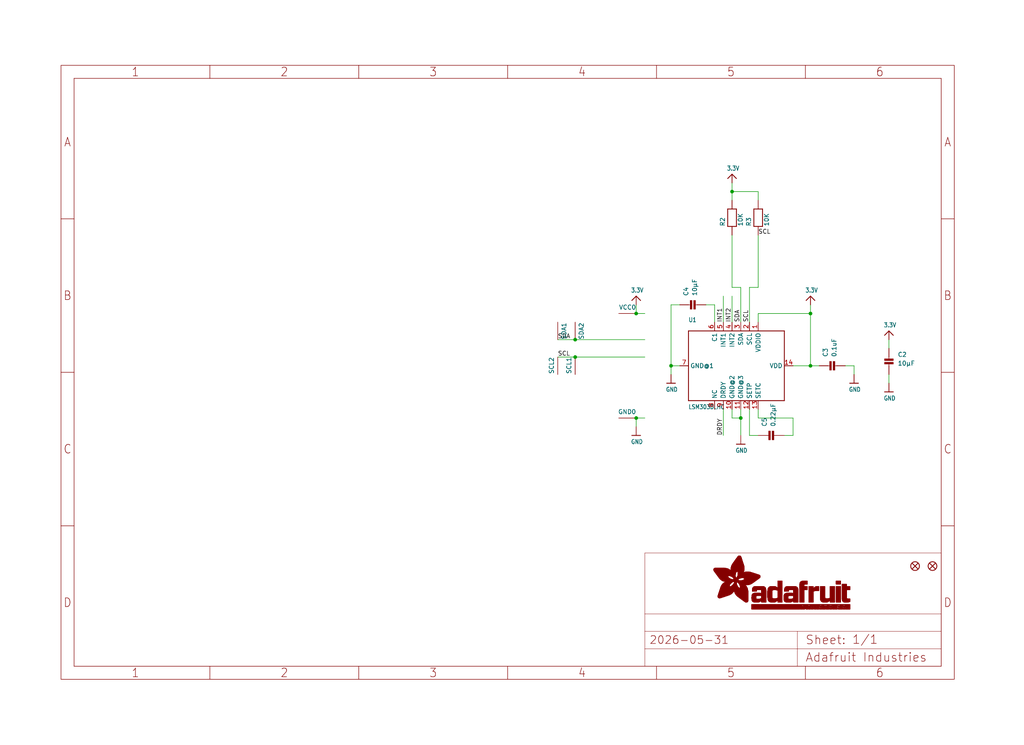
<source format=kicad_sch>
(kicad_sch (version 20230121) (generator eeschema)
  (paper "User" 298.45 217.322)
  (lib_symbols
    (symbol "working-eagle-import:3.3V" (power)
      (property "Value" "3.3V" (at -1.524 1.016 0))
      (symbol "3.3V_1_0"
        (pin power_in line (at 0 -2.54 90) (length 2.54) (name "3.3V") (number "1"))
      )
    )
    (symbol "working-eagle-import:CAP_CERAMIC_0805"
      (property "Reference" "C" (at 2.54 2.54 0))
      (symbol "CAP_CERAMIC_0805_1_0"
        (pin passive line (at 0 5.08 270) (length 2.54) (name "P$1") (number "1"))
        (pin passive line (at 0 -2.54 90) (length 2.54) (name "P$2") (number "2"))
      )
    )
    (symbol "working-eagle-import:FIDUCIAL{dblquote}{dblquote}")
    (symbol "working-eagle-import:FRAME_A4_ADAFRUIT"
      (symbol "FRAME_A4_ADAFRUIT_1_0"
        (text "${#}/${##}" (at 230.505 10.16 0) (effects (font (size 2.54 2.54)) (justify left bottom)))
        (text "${CURRENT_DATE}" (at 171.45 10.16 0) (effects (font (size 2.286 2.286)) (justify left bottom)))
        (text "${PROJECTNAME}" (at 171.45 15.24 0) (effects (font (size 2.54 2.54)) (justify left bottom)))
        (text "1" (at 21.6958 1.905 0) (effects (font (size 2.54 2.286))))
        (text "1" (at 21.6958 177.165 0) (effects (font (size 2.54 2.286))))
        (text "2" (at 65.0875 1.905 0) (effects (font (size 2.54 2.286))))
        (text "2" (at 65.0875 177.165 0) (effects (font (size 2.54 2.286))))
        (text "3" (at 108.4792 1.905 0) (effects (font (size 2.54 2.286))))
        (text "3" (at 108.4792 177.165 0) (effects (font (size 2.54 2.286))))
        (text "4" (at 151.8708 1.905 0) (effects (font (size 2.54 2.286))))
        (text "4" (at 151.8708 177.165 0) (effects (font (size 2.54 2.286))))
        (text "5" (at 195.2625 1.905 0) (effects (font (size 2.54 2.286))))
        (text "5" (at 195.2625 177.165 0) (effects (font (size 2.54 2.286))))
        (text "6" (at 238.6542 1.905 0) (effects (font (size 2.54 2.286))))
        (text "6" (at 238.6542 177.165 0) (effects (font (size 2.54 2.286))))
        (text "A" (at 1.905 156.6863 0) (effects (font (size 2.54 2.286))))
        (text "A" (at 258.445 156.6863 0) (effects (font (size 2.54 2.286))))
        (text "Adafruit Industries" (at 216.916 4.953 0) (effects (font (size 2.54 2.54)) (justify left bottom)))
        (text "B" (at 1.905 111.9188 0) (effects (font (size 2.54 2.286))))
        (text "B" (at 258.445 111.9188 0) (effects (font (size 2.54 2.286))))
        (text "C" (at 1.905 67.1513 0) (effects (font (size 2.54 2.286))))
        (text "C" (at 258.445 67.1513 0) (effects (font (size 2.54 2.286))))
        (text "D" (at 1.905 22.3838 0) (effects (font (size 2.54 2.286))))
        (text "D" (at 258.445 22.3838 0) (effects (font (size 2.54 2.286))))
        (text "Sheet:" (at 216.916 10.033 0) (effects (font (size 2.54 2.54)) (justify left bottom)))
      )
    )
    (symbol "working-eagle-import:GND" (power)
      (property "Value" "GND" (at -1.524 -2.54 0))
      (symbol "GND_1_0"
        (pin power_in line (at 0 2.54 270) (length 2.54) (name "GND") (number "1"))
      )
    )
    (symbol "working-eagle-import:LSM303DLHC"
      (property "Reference" "U" (at -12.7 12.7 0))
      (symbol "LSM303DLHC_1_0"
        (pin power_in line (at 7.62 12.7 270) (length 2.54) (name "VDDIO") (number "1"))
        (pin power_in line (at 0 -12.7 90) (length 2.54) (name "GND@2") (number "10"))
        (pin power_in line (at 2.54 -12.7 90) (length 2.54) (name "GND@3") (number "11"))
        (pin bidirectional line (at 5.08 -12.7 90) (length 2.54) (name "SETP") (number "12"))
        (pin bidirectional line (at 7.62 -12.7 90) (length 2.54) (name "SETC") (number "13"))
        (pin power_in line (at 17.78 0 180) (length 2.54) (name "VDD") (number "14"))
        (pin bidirectional line (at 5.08 12.7 270) (length 2.54) (name "SCL") (number "2"))
        (pin bidirectional line (at 2.54 12.7 270) (length 2.54) (name "SDA") (number "3"))
        (pin output line (at 0 12.7 270) (length 2.54) (name "INT2") (number "4"))
        (pin output line (at -2.54 12.7 270) (length 2.54) (name "INT1") (number "5"))
        (pin bidirectional line (at -5.08 12.7 270) (length 2.54) (name "C1") (number "6"))
        (pin power_in line (at -15.24 0 0) (length 2.54) (name "GND@1") (number "7"))
        (pin bidirectional line (at -5.08 -12.7 90) (length 2.54) (name "NC") (number "8"))
        (pin output line (at -2.54 -12.7 90) (length 2.54) (name "DRDY") (number "9"))
      )
    )
    (symbol "working-eagle-import:RESISTOR_0805"
      (property "Reference" "R" (at -2.54 2.032 0))
      (symbol "RESISTOR_0805_1_0"
        (pin passive line (at -5.08 0 0) (length 2.54) (name "1") (number "1"))
        (pin passive line (at 5.08 0 180) (length 2.54) (name "2") (number "2"))
      )
    )
    (symbol "working-eagle-import:SEWTAP0.5IN"
      (property "Reference" "TP" (at 0 2.54 0))
      (symbol "SEWTAP0.5IN_1_0"
        (pin bidirectional line (at 0 0 180) (length 5.08) (name "SEW") (number "TAP"))
      )
    )
  )
  (junction (at 236.22 91.44))
  (junction (at 195.58 106.68))
  (junction (at 167.64 99.06))
  (junction (at 213.36 55.88))
  (junction (at 185.42 121.92))
  (junction (at 185.42 91.44))
  (junction (at 167.64 104.14))
  (junction (at 236.22 106.68))
  (junction (at 215.9 121.92))
  (wire (pts (xy 213.36 83.82) (xy 215.9 83.82)) (stroke (width 0.1524)))
  (wire (pts (xy 220.98 121.92) (xy 231.14 121.92)) (stroke (width 0.1524)))
  (wire (pts (xy 215.9 83.82) (xy 215.9 93.98)) (stroke (width 0.1524)))
  (wire (pts (xy 198.12 88.9) (xy 195.58 88.9)) (stroke (width 0.1524)))
  (wire (pts (xy 187.96 104.14) (xy 167.64 104.14)) (stroke (width 0.1524)))
  (wire (pts (xy 213.36 55.88) (xy 213.36 53.34)) (stroke (width 0.1524)))
  (wire (pts (xy 167.64 104.14) (xy 162.56 104.14)) (stroke (width 0.1524)))
  (wire (pts (xy 198.12 106.68) (xy 195.58 106.68)) (stroke (width 0.1524)))
  (wire (pts (xy 218.44 127) (xy 220.98 127)) (stroke (width 0.1524)))
  (wire (pts (xy 220.98 58.42) (xy 220.98 55.88)) (stroke (width 0.1524)))
  (wire (pts (xy 213.36 119.38) (xy 213.36 121.92)) (stroke (width 0.1524)))
  (wire (pts (xy 208.28 93.98) (xy 208.28 88.9)) (stroke (width 0.1524)))
  (wire (pts (xy 220.98 91.44) (xy 236.22 91.44)) (stroke (width 0.1524)))
  (wire (pts (xy 231.14 106.68) (xy 236.22 106.68)) (stroke (width 0.1524)))
  (wire (pts (xy 195.58 106.68) (xy 195.58 109.22)) (stroke (width 0.1524)))
  (wire (pts (xy 213.36 93.98) (xy 213.36 86.36)) (stroke (width 0.1524)))
  (wire (pts (xy 236.22 106.68) (xy 238.76 106.68)) (stroke (width 0.1524)))
  (wire (pts (xy 218.44 83.82) (xy 220.98 83.82)) (stroke (width 0.1524)))
  (wire (pts (xy 215.9 119.38) (xy 215.9 121.92)) (stroke (width 0.1524)))
  (wire (pts (xy 231.14 127) (xy 228.6 127)) (stroke (width 0.1524)))
  (wire (pts (xy 185.42 91.44) (xy 185.42 88.9)) (stroke (width 0.1524)))
  (wire (pts (xy 218.44 83.82) (xy 218.44 93.98)) (stroke (width 0.1524)))
  (wire (pts (xy 220.98 93.98) (xy 220.98 91.44)) (stroke (width 0.1524)))
  (wire (pts (xy 187.96 99.06) (xy 167.64 99.06)) (stroke (width 0.1524)))
  (wire (pts (xy 215.9 121.92) (xy 215.9 127)) (stroke (width 0.1524)))
  (wire (pts (xy 220.98 119.38) (xy 220.98 121.92)) (stroke (width 0.1524)))
  (wire (pts (xy 195.58 88.9) (xy 195.58 106.68)) (stroke (width 0.1524)))
  (wire (pts (xy 220.98 68.58) (xy 220.98 83.82)) (stroke (width 0.1524)))
  (wire (pts (xy 210.82 119.38) (xy 210.82 127)) (stroke (width 0.1524)))
  (wire (pts (xy 236.22 88.9) (xy 236.22 91.44)) (stroke (width 0.1524)))
  (wire (pts (xy 208.28 88.9) (xy 205.74 88.9)) (stroke (width 0.1524)))
  (wire (pts (xy 185.42 121.92) (xy 185.42 124.46)) (stroke (width 0.1524)))
  (wire (pts (xy 259.08 99.06) (xy 259.08 101.6)) (stroke (width 0.1524)))
  (wire (pts (xy 220.98 55.88) (xy 213.36 55.88)) (stroke (width 0.1524)))
  (wire (pts (xy 187.96 121.92) (xy 185.42 121.92)) (stroke (width 0.1524)))
  (wire (pts (xy 213.36 68.58) (xy 213.36 83.82)) (stroke (width 0.1524)))
  (wire (pts (xy 167.64 99.06) (xy 162.56 99.06)) (stroke (width 0.1524)))
  (wire (pts (xy 187.96 91.44) (xy 185.42 91.44)) (stroke (width 0.1524)))
  (wire (pts (xy 246.38 106.68) (xy 248.92 106.68)) (stroke (width 0.1524)))
  (wire (pts (xy 218.44 119.38) (xy 218.44 127)) (stroke (width 0.1524)))
  (wire (pts (xy 213.36 58.42) (xy 213.36 55.88)) (stroke (width 0.1524)))
  (wire (pts (xy 236.22 91.44) (xy 236.22 106.68)) (stroke (width 0.1524)))
  (wire (pts (xy 248.92 106.68) (xy 248.92 109.22)) (stroke (width 0.1524)))
  (wire (pts (xy 231.14 121.92) (xy 231.14 127)) (stroke (width 0.1524)))
  (wire (pts (xy 213.36 121.92) (xy 215.9 121.92)) (stroke (width 0.1524)))
  (wire (pts (xy 210.82 93.98) (xy 210.82 86.36)) (stroke (width 0.1524)))
  (wire (pts (xy 259.08 109.22) (xy 259.08 111.76)) (stroke (width 0.1524)))
  (label "INT1" (at 210.82 93.98 90) (effects (font (size 1.2446 1.2446))))
  (label "SDA" (at 162.56 99.06 0) (effects (font (size 1.2446 1.2446))))
  (label "DRDY" (at 210.82 127 90) (effects (font (size 1.2446 1.2446))))
  (label "SCL" (at 218.44 93.98 90) (effects (font (size 1.2446 1.2446))))
  (label "SCL" (at 220.98 68.58 0) (effects (font (size 1.2446 1.2446))))
  (label "SDA" (at 215.9 93.98 90) (effects (font (size 1.2446 1.2446))))
  (label "SCL" (at 162.56 104.14 0) (effects (font (size 1.2446 1.2446))))
  (label "INT2" (at 213.36 93.98 90) (effects (font (size 1.2446 1.2446))))
  (symbol (lib_id "working-eagle-import:CAP_CERAMIC_0805") (at 226.06 127 90) (unit 1)
    (property "Reference" "C5" (at 223.52 124.46 0) (effects (justify left bottom)))
    (property "Value" "0.22µF" (at 226.06 124.46 0) (effects (justify left bottom)))
    (property "Footprint" "working:_0805" (effects hide))
  )
  (symbol (lib_id "working-eagle-import:CAP_CERAMIC_0805") (at 259.08 106.68 0) (unit 1)
    (property "Reference" "C2" (at 261.62 104.14 0) (effects (justify left bottom)))
    (property "Value" "10µF" (at 261.62 106.68 0) (effects (justify left bottom)))
    (property "Footprint" "working:_0805" (effects hide))
  )
  (symbol (lib_id "working-eagle-import:GND") (at 259.08 114.3 0) (unit 1)
    (property "Reference" "#U$9" (effects hide))
    (property "Value" "GND" (at 257.556 116.84 0) (effects (font (size 1.27 1.0795)) (justify left bottom)))
  )
  (symbol (lib_id "working-eagle-import:SEWTAP0.5IN") (at 167.64 104.14 90) (unit 1)
    (property "Reference" "SCL1" (at 165.1 104.14 0) (effects (justify right top)))
    (property "Value" "SEWTAP0.5IN" (effects hide))
    (property "Footprint" "working:SEWINGTAP_0.5" (effects hide))
  )
  (symbol (lib_id "working-eagle-import:RESISTOR_0805") (at 213.36 63.5 90) (unit 1)
    (property "Reference" "R2" (at 211.328 66.04 0) (effects (justify left bottom)))
    (property "Value" "10K" (at 216.535 66.04 0) (effects (justify left bottom)))
    (property "Footprint" "working:_0805" (effects hide))
  )
  (symbol (lib_id "working-eagle-import:FIDUCIAL{dblquote}{dblquote}") (at 266.7 165.1 0) (unit 1)
    (property "Reference" "FID2" (effects hide))
    (property "Value" "FIDUCIAL{dblquote}{dblquote}" (effects hide))
    (property "Footprint" "working:FIDUCIAL_1MM" (effects hide))
  )
  (symbol (lib_id "working-eagle-import:FRAME_A4_ADAFRUIT") (at 17.78 198.12 0) (unit 1)
    (property "Reference" "#U$1" (effects hide))
    (property "Value" "FRAME_A4_ADAFRUIT" (effects hide))
  )
  (symbol (lib_id "working-eagle-import:3.3V") (at 213.36 50.8 0) (unit 1)
    (property "Reference" "#U$11" (effects hide))
    (property "Value" "3.3V" (at 211.836 49.784 0) (effects (font (size 1.27 1.0795)) (justify left bottom)))
  )
  (symbol (lib_id "working-eagle-import:GND") (at 195.58 111.76 0) (unit 1)
    (property "Reference" "#U$8" (effects hide))
    (property "Value" "GND" (at 194.056 114.3 0) (effects (font (size 1.27 1.0795)) (justify left bottom)))
  )
  (symbol (lib_id "working-eagle-import:SEWTAP0.5IN") (at 185.42 91.44 0) (unit 1)
    (property "Reference" "VCC0" (at 185.42 88.9 0) (effects (justify right top)))
    (property "Value" "SEWTAP0.5IN" (effects hide))
    (property "Footprint" "working:SEWINGTAP_0.5" (effects hide))
  )
  (symbol (lib_id "working-eagle-import:GND") (at 215.9 129.54 0) (unit 1)
    (property "Reference" "#U$7" (effects hide))
    (property "Value" "GND" (at 214.376 132.08 0) (effects (font (size 1.27 1.0795)) (justify left bottom)))
  )
  (symbol (lib_id "working-eagle-import:SEWTAP0.5IN") (at 162.56 104.14 90) (unit 1)
    (property "Reference" "SCL2" (at 160.02 104.14 0) (effects (justify right top)))
    (property "Value" "SEWTAP0.5IN" (effects hide))
    (property "Footprint" "working:SEWINGTAP_0.5" (effects hide))
  )
  (symbol (lib_id "working-eagle-import:SEWTAP0.5IN") (at 185.42 121.92 0) (unit 1)
    (property "Reference" "GND0" (at 185.42 119.38 0) (effects (justify right top)))
    (property "Value" "SEWTAP0.5IN" (effects hide))
    (property "Footprint" "working:SEWINGTAP_0.5" (effects hide))
  )
  (symbol (lib_id "working-eagle-import:3.3V") (at 259.08 96.52 0) (unit 1)
    (property "Reference" "#U$6" (effects hide))
    (property "Value" "3.3V" (at 257.556 95.504 0) (effects (font (size 1.27 1.0795)) (justify left bottom)))
  )
  (symbol (lib_id "working-eagle-import:RESISTOR_0805") (at 220.98 63.5 90) (unit 1)
    (property "Reference" "R3" (at 218.948 66.04 0) (effects (justify left bottom)))
    (property "Value" "10K" (at 224.155 66.04 0) (effects (justify left bottom)))
    (property "Footprint" "working:_0805" (effects hide))
  )
  (symbol (lib_id "working-eagle-import:SEWTAP0.5IN") (at 162.56 99.06 270) (unit 1)
    (property "Reference" "SDA1" (at 165.1 99.06 0) (effects (justify right top)))
    (property "Value" "SEWTAP0.5IN" (effects hide))
    (property "Footprint" "working:SEWINGTAP_0.5" (effects hide))
  )
  (symbol (lib_id "working-eagle-import:LSM303DLHC") (at 213.36 106.68 0) (unit 1)
    (property "Reference" "U1" (at 200.66 93.98 0) (effects (font (size 1.27 1.0795)) (justify left bottom)))
    (property "Value" "LSM303DLHC" (at 200.66 119.38 0) (effects (font (size 1.27 1.0795)) (justify left bottom)))
    (property "Footprint" "working:LGA14" (effects hide))
  )
  (symbol (lib_id "working-eagle-import:3.3V") (at 185.42 86.36 0) (unit 1)
    (property "Reference" "#U$5" (effects hide))
    (property "Value" "3.3V" (at 183.896 85.344 0) (effects (font (size 1.27 1.0795)) (justify left bottom)))
  )
  (symbol (lib_id "working-eagle-import:3.3V") (at 236.22 86.36 0) (unit 1)
    (property "Reference" "#U$2" (effects hide))
    (property "Value" "3.3V" (at 234.696 85.344 0) (effects (font (size 1.27 1.0795)) (justify left bottom)))
  )
  (symbol (lib_id "working-eagle-import:CAP_CERAMIC_0805") (at 203.2 88.9 90) (unit 1)
    (property "Reference" "C4" (at 200.66 86.36 0) (effects (justify left bottom)))
    (property "Value" "10µF" (at 203.2 86.36 0) (effects (justify left bottom)))
    (property "Footprint" "working:_0805" (effects hide))
  )
  (symbol (lib_id "working-eagle-import:FIDUCIAL{dblquote}{dblquote}") (at 271.78 165.1 0) (unit 1)
    (property "Reference" "FID1" (effects hide))
    (property "Value" "FIDUCIAL{dblquote}{dblquote}" (effects hide))
    (property "Footprint" "working:FIDUCIAL_1MM" (effects hide))
  )
  (symbol (lib_id "working-eagle-import:GND") (at 248.92 111.76 0) (unit 1)
    (property "Reference" "#U$3" (effects hide))
    (property "Value" "GND" (at 247.396 114.3 0) (effects (font (size 1.27 1.0795)) (justify left bottom)))
  )
  (symbol (lib_id "working-eagle-import:GND") (at 185.42 127 0) (unit 1)
    (property "Reference" "#U$10" (effects hide))
    (property "Value" "GND" (at 183.896 129.54 0) (effects (font (size 1.27 1.0795)) (justify left bottom)))
  )
  (symbol (lib_id "working-eagle-import:SEWTAP0.5IN") (at 167.64 99.06 270) (unit 1)
    (property "Reference" "SDA2" (at 170.18 99.06 0) (effects (justify right top)))
    (property "Value" "SEWTAP0.5IN" (effects hide))
    (property "Footprint" "working:SEWINGTAP_0.5" (effects hide))
  )
  (symbol (lib_id "working-eagle-import:CAP_CERAMIC_0805") (at 243.84 106.68 90) (unit 1)
    (property "Reference" "C3" (at 241.3 104.14 0) (effects (justify left bottom)))
    (property "Value" "0.1uF" (at 243.84 104.14 0) (effects (justify left bottom)))
    (property "Footprint" "working:_0805" (effects hide))
  )
)
</source>
